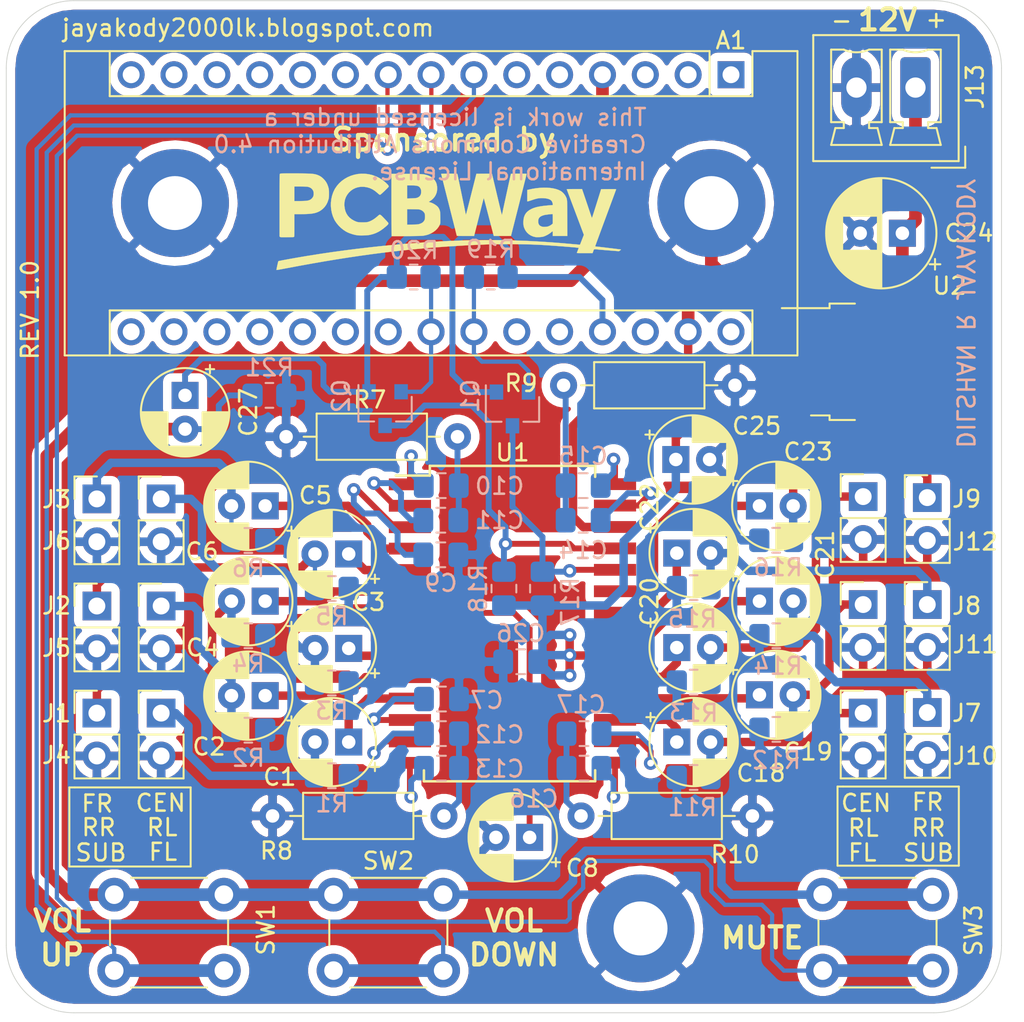
<source format=kicad_pcb>
(kicad_pcb (version 20211014) (generator pcbnew)
  (title_block (title "5.1 channel audio processor") (date "2021-09-15") (rev "1.0.0") (company "Dilshan R Jayakody") (comment 1 "jayakody2000lk@gmail.com") (comment 2 "http://jayakody2000lk.blogspot.com") (comment 3 "https://github.com/dilshan/6ch-sound-processor"))
  (layers (0 "F.Cu" signal) (31 "B.Cu" signal) (34 "B.Paste" user) (35 "F.Paste" user) (36 "B.SilkS" user "B.Silkscreen") (37 "F.SilkS" user "F.Silkscreen") (38 "B.Mask" user) (39 "F.Mask" user) (44 "Edge.Cuts" user))
  (net 0 "")
  (net 1 "GNDD")
  (net 2 "Net-(A1-Pad7)")
  (net 3 "SDA")
  (net 4 "Net-(A1-Pad8)")
  (net 5 "SCL")
  (net 6 "Net-(A1-Pad9)")
  (net 7 "+5V")
  (net 8 "Net-(C1-Pad1)")
  (net 9 "Net-(C1-Pad2)")
  (net 10 "Net-(C2-Pad2)")
  (net 11 "Net-(C2-Pad1)")
  (net 12 "Net-(C3-Pad1)")
  (net 13 "Net-(C3-Pad2)")
  (net 14 "Net-(C4-Pad2)")
  (net 15 "Net-(C4-Pad1)")
  (net 16 "Net-(C5-Pad1)")
  (net 17 "Net-(C5-Pad2)")
  (net 18 "Net-(C6-Pad2)")
  (net 19 "Net-(C6-Pad1)")
  (net 20 "Net-(C7-Pad1)")
  (net 21 "GNDA")
  (net 22 "Net-(C8-Pad1)")
  (net 23 "Net-(C9-Pad1)")
  (net 24 "Net-(C10-Pad1)")
  (net 25 "Net-(C10-Pad2)")
  (net 26 "Net-(C11-Pad1)")
  (net 27 "Net-(C12-Pad1)")
  (net 28 "Net-(C12-Pad2)")
  (net 29 "Net-(C13-Pad1)")
  (net 30 "Net-(C14-Pad1)")
  (net 31 "Net-(C14-Pad2)")
  (net 32 "Net-(C15-Pad1)")
  (net 33 "Net-(C16-Pad1)")
  (net 34 "Net-(C16-Pad2)")
  (net 35 "Net-(C17-Pad1)")
  (net 36 "Net-(C18-Pad1)")
  (net 37 "Net-(C18-Pad2)")
  (net 38 "Net-(C19-Pad2)")
  (net 39 "Net-(C19-Pad1)")
  (net 40 "Net-(C20-Pad1)")
  (net 41 "Net-(C20-Pad2)")
  (net 42 "Net-(C21-Pad2)")
  (net 43 "Net-(C21-Pad1)")
  (net 44 "Net-(C22-Pad2)")
  (net 45 "Net-(C22-Pad1)")
  (net 46 "Net-(C23-Pad1)")
  (net 47 "Net-(C23-Pad2)")
  (net 48 "Net-(C24-Pad1)")
  (net 49 "+8V")
  (net 50 "/SCL-HV")
  (net 51 "/SDA-HV")
  (footprint "Module:Arduino_Nano" (layer "F.Cu") (at 194.564 72.39 -90)
    (fp_text reference "A1")
    (fp_text value "Arduino Nano (V3)")
  )
  (footprint "Capacitor_THT:CP_Radial_D5.0mm_P2.00mm" (layer "F.Cu") (at 171.9 111.95 180)
    (fp_text reference "C1")
    (fp_text value "10MFD")
  )
  (footprint "Capacitor_THT:CP_Radial_D5.0mm_P2.00mm" (layer "F.Cu") (at 166.95 109.2 180)
    (fp_text reference "C2")
    (fp_text value "10MFD")
  )
  (footprint "Capacitor_THT:CP_Radial_D5.0mm_P2.00mm" (layer "F.Cu") (at 171.9 106.4 180)
    (fp_text reference "C3")
    (fp_text value "10MFD")
  )
  (footprint "Capacitor_THT:CP_Radial_D5.0mm_P2.00mm" (layer "F.Cu") (at 166.95 103.6 180)
    (fp_text reference "C4")
    (fp_text value "10MFD")
  )
  (footprint "Capacitor_THT:CP_Radial_D5.0mm_P2.00mm" (layer "F.Cu") (at 171.9 100.8 180)
    (fp_text reference "C5")
    (fp_text value "10MFD")
  )
  (footprint "Capacitor_THT:CP_Radial_D5.0mm_P2.00mm" (layer "F.Cu") (at 191.35 111.95)
    (fp_text reference "C18")
    (fp_text value "10MFD")
  )
  (footprint "Capacitor_THT:CP_Radial_D5.0mm_P2.00mm" (layer "F.Cu") (at 196.25 109.15)
    (fp_text reference "C19")
    (fp_text value "10MFD")
  )
  (footprint "Capacitor_THT:CP_Radial_D5.0mm_P2.00mm" (layer "F.Cu") (at 191.35 106.35)
    (fp_text reference "C20")
    (fp_text value "10MFD")
  )
  (footprint "Capacitor_THT:CP_Radial_D5.0mm_P2.00mm" (layer "F.Cu") (at 196.25 103.6)
    (fp_text reference "C21")
    (fp_text value "10MFD")
  )
  (footprint "Capacitor_THT:CP_Radial_D5.0mm_P2.00mm" (layer "F.Cu") (at 191.35 100.75)
    (fp_text reference "C22")
    (fp_text value "10MFD")
  )
  (footprint "Capacitor_THT:CP_Radial_D5.0mm_P2.00mm" (layer "F.Cu") (at 196.25 97.95)
    (fp_text reference "C23")
    (fp_text value "10MFD")
  )
  (footprint "Capacitor_THT:CP_Radial_D6.3mm_P2.50mm" (layer "F.Cu") (at 204.724 81.788 180)
    (fp_text reference "C24")
    (fp_text value "100MFD")
  )
  (footprint "Capacitor_THT:CP_Radial_D5.0mm_P2.00mm" (layer "F.Cu") (at 191.294 95.2)
    (fp_text reference "C25")
    (fp_text value "22MFD")
  )
  (footprint "Capacitor_THT:CP_Radial_D5.0mm_P2.00mm" (layer "F.Cu") (at 162.2 91.4 -90)
    (fp_text reference "C27")
    (fp_text value "10MFD")
  )
  (footprint "Connector_PinHeader_2.54mm:PinHeader_1x02_P2.54mm_Vertical" (layer "F.Cu") (at 160.782 110.236)
    (fp_text reference "J1")
    (fp_text value "2.54mm 2-pin")
  )
  (footprint "Connector_PinHeader_2.54mm:PinHeader_1x02_P2.54mm_Vertical" (layer "F.Cu") (at 160.782 103.886)
    (fp_text reference "J2")
    (fp_text value "2.54mm 2-pin")
  )
  (footprint "Connector_PinHeader_2.54mm:PinHeader_1x02_P2.54mm_Vertical" (layer "F.Cu") (at 160.782 97.536)
    (fp_text reference "J3")
    (fp_text value "2.54mm 2-pin")
  )
  (footprint "Connector_PinHeader_2.54mm:PinHeader_1x02_P2.54mm_Vertical" (layer "F.Cu") (at 156.972 110.236)
    (fp_text reference "J4")
    (fp_text value "2.54mm 2-pin")
  )
  (footprint "Connector_PinHeader_2.54mm:PinHeader_1x02_P2.54mm_Vertical" (layer "F.Cu") (at 156.972 103.886)
    (fp_text reference "J5")
    (fp_text value "2.54mm 2-pin")
  )
  (footprint "Connector_PinHeader_2.54mm:PinHeader_1x02_P2.54mm_Vertical" (layer "F.Cu") (at 156.972 97.536)
    (fp_text reference "J6")
    (fp_text value "2.54mm 2-pin")
  )
  (footprint "Connector_PinHeader_2.54mm:PinHeader_1x02_P2.54mm_Vertical" (layer "F.Cu") (at 202.4 110.236)
    (fp_text reference "J7")
    (fp_text value "2.54mm 2-pin")
  )
  (footprint "Connector_PinHeader_2.54mm:PinHeader_1x02_P2.54mm_Vertical" (layer "F.Cu") (at 202.4 103.8)
    (fp_text reference "J8")
    (fp_text value "2.54mm 2-pin")
  )
  (footprint "Connector_PinHeader_2.54mm:PinHeader_1x02_P2.54mm_Vertical" (layer "F.Cu") (at 202.4 97.4)
    (fp_text reference "J9")
    (fp_text value "2.54mm 2-pin")
  )
  (footprint "Connector_PinHeader_2.54mm:PinHeader_1x02_P2.54mm_Vertical" (layer "F.Cu") (at 206.2 110.2)
    (fp_text reference "J10")
    (fp_text value "2.54mm 2-pin")
  )
  (footprint "Connector_PinHeader_2.54mm:PinHeader_1x02_P2.54mm_Vertical" (layer "F.Cu") (at 206.2 103.8)
    (fp_text reference "J11")
    (fp_text value "2.54mm 2-pin")
  )
  (footprint "Connector_PinHeader_2.54mm:PinHeader_1x02_P2.54mm_Vertical" (layer "F.Cu") (at 206.2 97.46)
    (fp_text reference "J12")
    (fp_text value "2.54mm 2-pin")
  )
  (footprint "Connector_Phoenix_MC:PhoenixContact_MCV_1,5_2-G-3.5_1x02_P3.50mm_Vertical" (layer "F.Cu") (at 205.5 73.152 180)
    (fp_text reference "J13")
    (fp_text value "2.54mm 2-pin")
  )
  (footprint "Resistor_THT:R_Axial_DIN0207_L6.3mm_D2.5mm_P10.16mm_Horizontal" (layer "F.Cu") (at 178.35 93.85 180)
    (fp_text reference "R7")
    (fp_text value "3.3K")
  )
  (footprint "Resistor_THT:R_Axial_DIN0207_L6.3mm_D2.5mm_P10.16mm_Horizontal" (layer "F.Cu") (at 177.546 116.332 180)
    (fp_text reference "R8")
    (fp_text value "3.3K")
  )
  (footprint "Resistor_THT:R_Axial_DIN0207_L6.3mm_D2.5mm_P10.16mm_Horizontal" (layer "F.Cu") (at 184.64 90.8)
    (fp_text reference "R9")
    (fp_text value "6.2K")
  )
  (footprint "Resistor_THT:R_Axial_DIN0207_L6.3mm_D2.5mm_P10.16mm_Horizontal" (layer "F.Cu") (at 185.674 116.332)
    (fp_text reference "R10")
    (fp_text value "6.2K")
  )
  (footprint "Button_Switch_THT:SW_PUSH_6mm" (layer "F.Cu") (at 158 121)
    (fp_text reference "SW1")
    (fp_text value "6mm Tactile")
  )
  (footprint "Button_Switch_THT:SW_PUSH_6mm" (layer "F.Cu") (at 171 121)
    (fp_text reference "SW2")
    (fp_text value "6mm Tactile")
  )
  (footprint "Button_Switch_THT:SW_PUSH_6mm" (layer "F.Cu") (at 200 121)
    (fp_text reference "SW3")
    (fp_text value "6mm Tactile")
  )
  (footprint "Package_TO_SOT_SMD:TO-252-2" (layer "F.Cu") (at 202.878 89.408)
    (fp_text reference "U2")
    (fp_text value "LM78M08")
  )
  (footprint "Capacitor_THT:CP_Radial_D5.0mm_P2.00mm" (layer "F.Cu") (at 182.626 117.602 180)
    (fp_text reference "C8")
    (fp_text value "10MFD")
  )
  (footprint "6ch-sound-fx-proc:SSOP-28_5.3x10.2mm_P0.65mm" (layer "F.Cu") (at 181.61 104.394)
    (fp_text reference "U1")
    (fp_text value "PT2322")
  )
  (footprint "MountingHole:MountingHole_3.2mm_M3_Pad" (layer "F.Cu") (at 161.6 80)
    (fp_text reference "H1" hide)
    (fp_text value "M3")
  )
  (footprint "MountingHole:MountingHole_3.2mm_M3_Pad" (layer "F.Cu") (at 193.4 80)
    (fp_text reference "H2" hide)
    (fp_text value "M3")
  )
  (footprint "MountingHole:MountingHole_3.2mm_M3_Pad" (layer "F.Cu") (at 189.2 123)
    (fp_text reference "H3" hide)
    (fp_text value "M3")
  )
  (footprint "Capacitor_THT:CP_Radial_D5.0mm_P2.00mm" (layer "F.Cu") (at 166.95 97.95 180)
    (fp_text reference "C6")
    (fp_text value "10MFD")
  )
  (footprint "6ch-sound-fx-proc:pcbway-logo-small1" (layer "F.Cu") (at 177.61 80.87)
    (fp_text reference "G***" hide)
    (fp_text value "LOGO" hide)
  )
  (footprint "Capacitor_SMD:C_0805_2012Metric_Pad1.18x1.45mm_HandSolder" (layer "B.Cu") (at 177.4 109.4)
    (fp_text reference "C7")
    (fp_text value "0.0022MFD")
  )
  (footprint "Capacitor_SMD:C_0805_2012Metric_Pad1.18x1.45mm_HandSolder" (layer "B.Cu") (at 177.3875 96.75)
    (fp_text reference "C10")
    (fp_text value "0.01MFD")
  )
  (footprint "Capacitor_SMD:C_0805_2012Metric_Pad1.18x1.45mm_HandSolder" (layer "B.Cu") (at 177.3625 98.8)
    (fp_text reference "C11")
    (fp_text value "0.01MFD")
  )
  (footprint "Capacitor_SMD:C_0805_2012Metric_Pad1.18x1.45mm_HandSolder" (layer "B.Cu") (at 177.4 111.45)
    (fp_text reference "C12")
    (fp_text value "0.01MFD")
  )
  (footprint "Capacitor_SMD:C_0805_2012Metric_Pad1.18x1.45mm_HandSolder" (layer "B.Cu") (at 177.4 113.5)
    (fp_text reference "C13")
    (fp_text value "0.01MFD")
  )
  (footprint "Capacitor_SMD:C_0805_2012Metric_Pad1.18x1.45mm_HandSolder" (layer "B.Cu") (at 185.8 98.8 180)
    (fp_text reference "C14")
    (fp_text value "0.1MFD")
  )
  (footprint "Capacitor_SMD:C_0805_2012Metric_Pad1.18x1.45mm_HandSolder" (layer "B.Cu") (at 185.8 96.75 180)
    (fp_text reference "C15")
    (fp_text value "0.1MFD")
  )
  (footprint "Capacitor_SMD:C_0805_2012Metric_Pad1.18x1.45mm_HandSolder" (layer "B.Cu") (at 185.85 113.5 180)
    (fp_text reference "C16")
    (fp_text value "0.1MFD")
  )
  (footprint "Capacitor_SMD:C_0805_2012Metric_Pad1.18x1.45mm_HandSolder" (layer "B.Cu") (at 185.85 111.45 180)
    (fp_text reference "C17")
    (fp_text value "0.1MFD")
  )
  (footprint "Capacitor_SMD:C_0805_2012Metric_Pad1.18x1.45mm_HandSolder" (layer "B.Cu") (at 182.0965 107.188 180)
    (fp_text reference "C26")
    (fp_text value "0.1MFD")
  )
  (footprint "Package_TO_SOT_SMD:SOT-23" (layer "B.Cu") (at 181.61 92.202 -90)
    (fp_text reference "Q1")
    (fp_text value "2N7002")
  )
  (footprint "Package_TO_SOT_SMD:SOT-23" (layer "B.Cu") (at 174.056 92.186 -90)
    (fp_text reference "Q2")
    (fp_text value "2N7002")
  )
  (footprint "Resistor_SMD:R_0805_2012Metric_Pad1.20x1.40mm_HandSolder" (layer "B.Cu") (at 170.9 113.95)
    (fp_text reference "R1")
    (fp_text value "100K")
  )
  (footprint "Resistor_SMD:R_0805_2012Metric_Pad1.20x1.40mm_HandSolder" (layer "B.Cu") (at 165.95 111.25)
    (fp_text reference "R2")
    (fp_text value "100K")
  )
  (footprint "Resistor_SMD:R_0805_2012Metric_Pad1.20x1.40mm_HandSolder" (layer "B.Cu") (at 170.9 108.45)
    (fp_text reference "R3")
    (fp_text value "100K")
  )
  (footprint "Resistor_SMD:R_0805_2012Metric_Pad1.20x1.40mm_HandSolder" (layer "B.Cu") (at 165.95 105.65)
    (fp_text reference "R4")
    (fp_text value "100K")
  )
  (footprint "Resistor_SMD:R_0805_2012Metric_Pad1.20x1.40mm_HandSolder" (layer "B.Cu") (at 170.9 102.85)
    (fp_text reference "R5")
    (fp_text value "100K")
  )
  (footprint "Resistor_SMD:R_0805_2012Metric_Pad1.20x1.40mm_HandSolder" (layer "B.Cu") (at 165.95 100)
    (fp_text reference "R6")
    (fp_text value "100K")
  )
  (footprint "Resistor_SMD:R_0805_2012Metric_Pad1.20x1.40mm_HandSolder" (layer "B.Cu") (at 192.35 114.05 180)
    (fp_text reference "R11")
    (fp_text value "100K")
  )
  (footprint "Resistor_SMD:R_0805_2012Metric_Pad1.20x1.40mm_HandSolder" (layer "B.Cu") (at 197.25 111.2 180)
    (fp_text reference "R12")
    (fp_text value "100K")
  )
  (footprint "Resistor_SMD:R_0805_2012Metric_Pad1.20x1.40mm_HandSolder" (layer "B.Cu") (at 192.35 108.4 180)
    (fp_text reference "R13")
    (fp_text value "100K")
  )
  (footprint "Resistor_SMD:R_0805_2012Metric_Pad1.20x1.40mm_HandSolder" (layer "B.Cu") (at 197.25 105.65 180)
    (fp_text reference "R14")
    (fp_text value "100K")
  )
  (footprint "Resistor_SMD:R_0805_2012Metric_Pad1.20x1.40mm_HandSolder" (layer "B.Cu") (at 192.35 102.8 180)
    (fp_text reference "R15")
    (fp_text value "100K")
  )
  (footprint "Resistor_SMD:R_0805_2012Metric_Pad1.20x1.40mm_HandSolder" (layer "B.Cu") (at 197.24 99.99 180)
    (fp_text reference "R16")
    (fp_text value "100K")
  )
  (footprint "Resistor_SMD:R_0805_2012Metric_Pad1.20x1.40mm_HandSolder" (layer "B.Cu") (at 183.388 102.854 90)
    (fp_text reference "R17")
    (fp_text value "10K")
  )
  (footprint "Resistor_SMD:R_0805_2012Metric_Pad1.20x1.40mm_HandSolder" (layer "B.Cu") (at 181.102 102.854 90)
    (fp_text reference "R18")
    (fp_text value "10K")
  )
  (footprint "Resistor_SMD:R_0805_2012Metric_Pad1.20x1.40mm_HandSolder" (layer "B.Cu") (at 180.324 84.382 180)
    (fp_text reference "R19")
    (fp_text value "10K")
  )
  (footprint "Resistor_SMD:R_0805_2012Metric_Pad1.20x1.40mm_HandSolder" (layer "B.Cu") (at 175.752 84.382)
    (fp_text reference "R20")
    (fp_text value "10K")
  )
  (footprint "Resistor_SMD:R_0805_2012Metric_Pad1.20x1.40mm_HandSolder" (layer "B.Cu") (at 167.2 91.4 180)
    (fp_text reference "R21")
    (fp_text value "0R")
  )
  (footprint "Capacitor_SMD:C_0805_2012Metric_Pad1.18x1.45mm_HandSolder" (layer "B.Cu") (at 177.3625 100.85)
    (fp_text reference "C9")
    (fp_text value "0.0022MFD")
  )
  (gr_line (start 200.88 119.28) (end 200.88 114.59) (layer "F.SilkS") (width 0.12))
  (gr_line (start 208.07 114.59) (end 208.07 119.28) (layer "F.SilkS") (width 0.12))
  (gr_line (start 201.2 114.59) (end 208.07 114.59) (layer "F.SilkS") (width 0.12))
  (gr_line (start 208.07 119.28) (end 200.88 119.28) (layer "F.SilkS") (width 0.12))
  (gr_line (start 162.53 119.33) (end 155.34 119.33) (layer "F.SilkS") (width 0.12))
  (gr_line (start 155.34 119.33) (end 155.34 114.64) (layer "F.SilkS") (width 0.12))
  (gr_line (start 155.66 114.64) (end 162.53 114.64) (layer "F.SilkS") (width 0.12))
  (gr_line (start 155.34 114.64) (end 155.66 114.64) (layer "F.SilkS") (width 0.12))
  (gr_line (start 162.53 114.64) (end 162.53 119.33) (layer "F.SilkS") (width 0.12))
  (gr_line (start 200.88 114.59) (end 201.21 114.59) (layer "F.SilkS") (width 0.12))
  (gr_line (start 210.6 124) (end 210.6 72) (layer "Edge.Cuts") (width 0.05))
  (gr_arc (start 151.6 72) (mid 152.771573 69.171573) (end 155.6 68) (layer "Edge.Cuts") (width 0.05))
  (gr_arc (start 210.6 124) (mid 209.428427 126.828427) (end 206.6 128) (layer "Edge.Cuts") (width 0.05))
  (gr_arc (start 155.6 128) (mid 152.771573 126.828427) (end 151.6 124) (layer "Edge.Cuts") (width 0.05))
  (gr_arc (start 206.6 68) (mid 209.428427 69.171573) (end 210.6 72) (layer "Edge.Cuts") (width 0.05))
  (gr_line (start 151.6 72) (end 151.6 124) (layer "Edge.Cuts") (width 0.05))
  (gr_line (start 206.6 68) (end 155.6 68) (layer "Edge.Cuts") (width 0.05))
  (gr_line (start 155.6 128) (end 206.6 128) (layer "Edge.Cuts") (width 0.05))
  (gr_text "This work is licensed under a \nCreative Commons Attribution 4.0 \nInternational License." (at 189.65 76.52) (layer "B.SilkS") (effects (font (size 1 1)) (justify left mirror)))
  (gr_text "DILSHAN R JAYAKODY" (at 208.45 86.55 270) (layer "B.SilkS") (effects (font (size 1 1)) (justify mirror)))
  (gr_text "VOL\nUP" (at 154.91 123.56) (layer "F.SilkS") (effects (font (size 1.25 1.25) (thickness 0.25))))
  (gr_text "CEN" (at 202.57 115.57) (layer "F.SilkS") (effects (font (size 1 1))))
  (gr_text "FR" (at 206.22 115.51) (layer "F.SilkS") (effects (font (size 1 1))))
  (gr_text "RL" (at 202.41 117.04) (layer "F.SilkS") (effects (font (size 1 1))))
  (gr_text "RR" (at 206.27 117.04) (layer "F.SilkS") (effects (font (size 1 1))))
  (gr_text "FL" (at 202.35 118.51) (layer "F.SilkS") (effects (font (size 1 1))))
  (gr_text "SUB" (at 206.27 118.51) (layer "F.SilkS") (effects (font (size 1 1))))
  (gr_text "VOL\nDOWN" (at 181.7 123.56) (layer "F.SilkS") (effects (font (size 1.25 1.25) (thickness 0.25))))
  (gr_text "Sponsored by" (at 177.53 76.24) (layer "F.SilkS") (effects (font (size 1.3 1.3) (thickness 0.25))))
  (gr_text "FL" (at 160.89 118.47) (layer "F.SilkS") (effects (font (size 1 1))))
  (gr_text "jayakody2000lk.blogspot.com" (at 165.93 69.61) (layer "F.SilkS") (effects (font (size 1 1))))
  (gr_text "-" (at 201.12 69.16) (layer "F.SilkS") (effects (font (size 1 1))))
  (gr_text "REV 1.0" (at 153.01 86.33 90) (layer "F.SilkS") (effects (font (size 1 1))))
  (gr_text "+" (at 206.73 69.1) (layer "F.SilkS") (effects (font (size 1 1))))
  (gr_text "RL" (at 160.84 117.01) (layer "F.SilkS") (effects (font (size 1 1))))
  (gr_text "12V" (at 203.85 69.14) (layer "F.SilkS") (effects (font (size 1.25 1.25) (thickness 0.25))))
  (gr_text "RR" (at 157.08 117.01) (layer "F.SilkS") (effects (font (size 1 1))))
  (gr_text "MUTE" (at 196.41 123.56) (layer "F.SilkS") (effects (font (size 1.25 1.25) (thickness 0.25))))
  (gr_text "SUB" (at 157.21 118.51) (layer "F.SilkS") (effects (font (size 1 1))))
  (gr_text "CEN" (at 160.75 115.56) (layer "F.SilkS") (effects (font (size 1 1))))
  (gr_text "FR" (at 156.99 115.61) (layer "F.SilkS") (effects (font (size 1 1))))
  (segment (start 185.2 93.2) (end 185.2 98.6) (width 0.5) (layer "F.Cu") (net 1))
  (segment (start 186.944 82.714) (end 188.83 84.6) (width 0.75) (layer "F.Cu") (net 1))
  (segment (start 186 92.4) (end 185.2 93.2) (width 0.5) (layer "F.Cu") (net 1))
  (segment (start 157.6 93.4) (end 162.2 93.4) (width 0.25) (layer "F.Cu") (net 1))
  (segment (start 191.2 84.6) (end 188.83 84.6) (width 0.75) (layer "F.Cu") (net 1))
  (segment (start 185.058 84.6) (end 186.944 82.714) (width 0.75) (layer "F.Cu") (net 1))
  (segment (start 157.86 93.4) (end 156.6 92.14) (width 0.75) (layer "F.Cu") (net 1))
  (segment (start 156.6 92.4) (end 157.6 93.4) (width 0.25) (layer "F.Cu") (net 1))
  (segment (start 192.024 85.424) (end 191.2 84.6) (width 0.75) (layer "F.Cu") (net 1))
  (segment (start 154 119.63) (end 154 95) (width 0.75) (layer "F.Cu") (net 1))
  (segment (start 156.6 92.14) (end 156.6 92.4) (width 0.25) (layer "F.Cu") (net 1))
  (segment (start 192.024 87.63) (end 192.024 85.424) (width 0.75) (layer "F.Cu") (net 1))
  (segment (start 155.37 121) (end 154 119.63) (width 0.75) (layer "F.Cu") (net 1))
  (segment (start 157.98 84.6) (end 185.058 84.6) (width 0.75) (layer "F.Cu") (net 1))
  (segment (start 192.024 90.976) (end 190.6 92.4) (width 0.5) (layer "F.Cu") (net 1))
  (segment (start 162.2 93.4) (end 157.86 93.4) (width 0.75) (layer "F.Cu") (net 1))
  (segment (start 156.6 85.98) (end 157.98 84.6) (width 0.75) (layer "F.Cu") (net 1))
  (segment (start 185.8013 99.2013) (end 187.6879 99.2013) (width 0.5) (layer "F.Cu") (net 1))
  (segment (start 156.6 92.14) (end 156.6 85.98) (width 0.75) (layer "F.Cu") (net 1))
  (segment (start 154 95) (end 156.6 92.4) (width 0.75) (layer "F.Cu") (net 1))
  (segment (start 186.944 72.39) (end 186.944 82.714) (width 0.75) (layer "F.Cu") (net 1))
  (segment (start 185.2 98.6) (end 185.8013 99.2013) (width 0.5) (layer "F.Cu") (net 1))
  (segment (start 192.024 87.63) (end 192.024 90.976) (width 0.5) (layer "F.Cu") (net 1))
  (segment (start 190.6 92.4) (end 186 92.4) (width 0.5) (layer "F.Cu") (net 1))
  (segment (start 158 121) (end 155.37 121) (width 0.75) (layer "F.Cu") (net 1))
  (segment (start 166.2 91.4) (end 164.8 91.4) (width 0.35) (layer "B.Cu") (net 1))
  (segment (start 158 121) (end 164.5 121) (width 0.75) (layer "B.Cu") (net 1))
  (segment (start 194 120.4) (end 194.6 121) (width 0.5) (layer "B.Cu") (net 1))
  (segment (start 177.5 121) (end 184.42 121) (width 0.5) (layer "B.Cu") (net 1))
  (segment (start 164.2 93) (end 163.8 93.4) (width 0.35) (layer "B.Cu") (net 1))
  (segment (start 164.5 121) (end 171 121) (width 0.75) (layer "B.Cu") (net 1))
  (segment (start 193.4 118.4) (end 194 119) (width 0.5) (layer "B.Cu") (net 1))
  (segment (start 184.42 121) (end 185.2 120.22) (width 0.5) (layer "B.Cu") (net 1))
  (segment (start 194 119) (end 194 120.4) (width 0.5) (layer "B.Cu") (net 1))
  (segment (start 163.8 93.4) (end 162.2 93.4) (width 0.35) (layer "B.Cu") (net 1))
  (segment (start 164.8 91.4) (end 164.2 92) (width 0.35) (layer "B.Cu") (net 1))
  (segment (start 171 121) (end 177.5 121) (width 0.75) (layer "B.Cu") (net 1))
  (segment (start 185.2 119.14) (end 185.94 118.4) (width 0.5) (layer "B.Cu") (net 1))
  (segment (start 194.6 121) (end 200 121) (width 0.5) (layer "B.Cu") (net 1))
  (segment (start 185.94 118.4) (end 193.4 118.4) (width 0.5) (layer "B.Cu") (net 1))
  (segment (start 185.2 120.22) (end 185.2 119.14) (width 0.5) (layer "B.Cu") (net 1))
  (segment (start 206.5 121) (end 200 121) (width 0.75) (layer "B.Cu") (net 1))
  (segment (start 164.2 92) (end 164.2 93) (width 0.35) (layer "B.Cu") (net 1))
  (segment (start 178.2 74.8) (end 179.324 73.676) (width 0.25) (layer "B.Cu") (net 2))
  (segment (start 155.4 74.8) (end 169.8 74.8) (width 0.25) (layer "B.Cu") (net 2))
  (segment (start 158 124.2) (end 157.6 123.8) (width 0.25) (layer "B.Cu") (net 2))
  (segment (start 164.5 125.5) (end 158 125.5) (width 0.75) (layer "B.Cu") (net 2))
  (segment (start 179.324 73.676) (end 179.324 72.39) (width 0.25) (layer "B.Cu") (net 2))
  (segment (start 155.6 123.8) (end 153.4 121.6) (width 0.25) (layer "B.Cu") (net 2))
  (segment (start 153.4 76.8) (end 155.4 74.8) (width 0.25) (layer "B.Cu") (net 2))
  (segment (start 169.8 74.8) (end 178.2 74.8) (width 0.25) (layer "B.Cu") (net 2))
  (segment (start 157.6 123.8) (end 155.6 123.8) (width 0.25) (layer "B.Cu") (net 2))
  (segment (start 153.4 121.6) (end 153.4 76.8) (width 0.25) (layer "B.Cu") (net 2))
  (segment (start 158 125.5) (end 158 124.2) (width 0.25) (layer "B.Cu") (net 2))
  (segment (start 169.8 74.8) (end 170 74.8) (width 0.25) (layer "B.Cu") (net 2))
  (segment (start 176.784 87.63) (end 176.784 84.414) (width 0.25) (layer "B.Cu") (net 3))
  (segment (start 176.214 91.186) (end 175.006 91.186) (width 0.25) (layer "B.Cu") (net 3))
  (segment (start 176.784 84.414) (end 176.752 84.382) (width 0.25) (layer "B.Cu") (net 3))
  (segment (start 176.784 90.616) (end 176.214 91.186) (width 0.25) (layer "B.Cu") (net 3))
  (segment (start 176.784 87.63) (end 176.784 90.616) (width 0.25) (layer "B.Cu") (net 3))
  (segment (start 176.8 72.406) (end 176.784 72.39) (width 0.25) (layer "F.Cu") (net 4))
  (segment (start 176.8 76) (end 176.8 72.406) (width 0.25) (layer "F.Cu") (net 4))
  (via (at 176.8 76) (size 0.8) (drill 0.4) (layers "F.Cu" "B.Cu") (net 4))
  (segment (start 155.8 123.2) (end 154 121.4) (width 0.25) (layer "B.Cu") (net 4))
  (segment (start 176.2 75.4) (end 176.8 76) (width 0.25) (layer "B.Cu") (net 4))
  (segment (start 154 77) (end 155.6 75.4) (width 0.25) (layer "B.Cu") (net 4))
  (segment (start 154 121.4) (end 154 77) (width 0.25) (layer "B.Cu") (net 4))
  (segment (start 177.5 125.5) (end 177.5 123.7) (width 0.25) (layer "B.Cu") (net 4))
  (segment (start 172.6 75.4) (end 176.2 75.4) (width 0.25) (layer "B.Cu") (net 4))
  (segment (start 177 123.2) (end 155.8 123.2) (width 0.25) (layer "B.Cu") (net 4))
  (segment (start 155.6 75.4) (end 172.6 75.4) (width 0.25) (layer "B.Cu") (net 4))
  (segment (start 171 125.5) (end 177.5 125.5) (width 0.75) (layer "B.Cu") (net 4))
  (segment (start 177.5 123.7) (end 177 123.2) (width 0.25) (layer "B.Cu") (net 4))
  (segment (start 182 89.4) (end 179.8 89.4) (width 0.25) (layer "B.Cu") (net 5))
  (segment (start 182.56 91.202) (end 182.56 89.96) (width 0.25) (layer "B.Cu") (net 5))
  (segment (start 179.324 88.924) (end 179.324 87.63) (width 0.25) (layer "B.Cu") (net 5))
  (segment (start 182.56 89.96) (end 182 89.4) (width 0.25) (layer "B.Cu") (net 5))
  (segment (start 179.324 87.63) (end 179.324 84.382) (width 0.25) (layer "B.Cu") (net 5))
  (segment (start 179.8 89.4) (end 179.324 88.924) (width 0.25) (layer "B.Cu") (net 5))
  (segment (start 174.2 76.8) (end 174.2 72.434) (width 0.25) (layer "F.Cu") (net 6))
  (segment (start 174.2 72.434) (end 174.244 72.39) (width 0.25) (layer "F.Cu") (net 6))
  (via (at 174.2 76.8) (size 0.8) (drill 0.4) (layers "F.Cu" "B.Cu") (net 6))
  (segment (start 196.4 121.6) (end 194.2 121.6) (width 0.25) (layer "B.Cu") (net 6))
  (segment (start 193 119) (end 186.2 119) (width 0.25) (layer "B.Cu") (net 6))
  (segment (start 185 122.4) (end 184.8 122.6) (width 0.25) (layer "B.Cu") (net 6))
  (segment (start 193.4 119.4) (end 193 119) (width 0.25) (layer "B.Cu") (net 6))
  (segment (start 154.6 77.2) (end 155.8 76) (width 0.25) (layer "B.Cu") (net 6))
  (segment (start 193.4 120.8) (end 193.4 119.4) (width 0.25) (layer "B.Cu") (net 6))
  (segment (start 197.7 125.5) (end 197 124.8) (width 0.25) (layer "B.Cu") (net 6))
  (segment (start 155.8 76) (end 173.4 76) (width 0.25) (layer "B.Cu") (net 6))
  (segment (start 194.2 121.6) (end 193.4 120.8) (width 0.25) (layer "B.Cu") (net 6))
  (segment (start 173.4 76) (end 174.2 76.8) (width 0.25) (layer "B.Cu") (net 6))
  (segment (start 185.8 119.4) (end 185.8 120.6) (width 0.25) (layer "B.Cu") (net 6))
  (segment (start 185 121.4) (end 185 122.4) (width 0.25) (layer "B.Cu") (net 6))
  (segment (start 154.6 121.2) (end 154.6 77.2) (width 0.25) (layer "B.Cu") (net 6))
  (segment (start 184.8 122.6) (end 156 122.6) (width 0.25) (layer "B.Cu") (net 6))
  (segment (start 197 122.2) (end 196.4 121.6) (width 0.25) (layer "B.Cu") (net 6))
  (segment (start 185.8 120.6) (end 185 121.4) (width 0.25) (layer "B.Cu") (net 6))
  (segment (start 200 125.5) (end 206.5 125.5) (width 0.75) (layer "B.Cu") (net 6))
  (segment (start 186.2 119) (end 185.8 119.4) (width 0.25) (layer "B.Cu") (net 6))
  (segment (start 200 125.5) (end 197.7 125.5) (width 0.25) (layer "B.Cu") (net 6))
  (segment (start 197 124.8) (end 197 122.2) (width 0.25) (layer "B.Cu") (net 6))
  (segment (start 156 122.6) (end 154.6 121.2) (width 0.25) (layer "B.Cu") (net 6))
  (segment (start 179.112 91.202) (end 178.05 90.14) (width 0.35) (layer "B.Cu") (net 7))
  (segment (start 180.66 91.202) (end 179.112 91.202) (width 0.35) (layer "B.Cu") (net 7))
  (segment (start 185.582 84.382) (end 181.324 84.382) (width 0.35) (layer "B.Cu") (net 7))
  (segment (start 178.05 82.55) (end 178.6 82) (width 0.35) (layer "B.Cu") (net 7))
  (segment (start 170.4 89.6) (end 170.4 90.8) (width 0.35) (layer "B.Cu") (net 7))
  (segment (start 162.2 91.4) (end 162.2 90.18) (width 0.35) (layer "B.Cu") (net 7))
  (segment (start 170 89.2) (end 170.4 89.6) (width 0.35) (layer "B.Cu") (net 7))
  (segment (start 178.05 90.14) (end 178.05 82.55) (width 0.35) (layer "B.Cu") (net 7))
  (segment (start 177.5 82) (end 178.05 82.55) (width 0.35) (layer "B.Cu") (net 7))
  (segment (start 173.818 84.382) (end 173 85.2) (width 0.35) (layer "B.Cu") (net 7))
  (segment (start 163.18 89.2) (end 170 89.2) (width 0.35) (layer "B.Cu") (net 7))
  (segment (start 174.752 84.382) (end 173.818 84.382) (width 0.35) (layer "B.Cu") (net 7))
  (segment (start 181.324 82.724) (end 181.324 84.382) (width 0.35) (layer "B.Cu") (net 7))
  (segment (start 186.944 87.63) (end 186.944 85.744) (width 0.35) (layer "B.Cu") (net 7))
  (segment (start 175.4 82) (end 177.5 82) (width 0.35) (layer "B.Cu") (net 7))
  (segment (start 162.2 90.18) (end 163.18 89.2) (width 0.35) (layer "B.Cu") (net 7))
  (segment (start 180.6 82) (end 181.324 82.724) (width 0.35) (layer "B.Cu") (net 7))
  (segment (start 174.752 82.648) (end 175.4 82) (width 0.35) (layer "B.Cu") (net 7))
  (segment (start 186.944 85.744) (end 185.582 84.382) (width 0.35) (layer "B.Cu") (net 7))
  (segment (start 170.4 90.8) (end 170.786 91.186) (width 0.35) (layer "B.Cu") (net 7))
  (segment (start 178.6 82) (end 180.6 82) (width 0.35) (layer "B.Cu") (net 7))
  (segment (start 173 91.08) (end 173.106 91.186) (width 0.35) (layer "B.Cu") (net 7))
  (segment (start 174.752 84.382) (end 174.752 82.648) (width 0.35) (layer "B.Cu") (net 7))
  (segment (start 173 85.2) (end 173 91.08) (width 0.35) (layer "B.Cu") (net 7))
  (segment (start 170.786 91.186) (end 173.106 91.186) (width 0.35) (layer "B.Cu") (net 7))
  (segment (start 171.9 110.5) (end 173.026 109.374) (width 0.5) (layer "F.Cu") (net 8))
  (segment (start 173.026 109.374) (end 175.53 109.374) (width 0.5) (layer "F.Cu") (net 8))
  (segment (start 171.9 111.95) (end 171.9 110.5) (width 0.5) (layer "F.Cu") (net 8))
  (segment (start 162.4 112.66) (end 163.69 113.95) (width 0.5) (layer "B.Cu") (net 9))
  (segment (start 162.4 111) (end 162.4 112.66) (width 0.5) (layer "B.Cu") (net 9))
  (segment (start 161.636 110.236) (end 162.4 111) (width 0.5) (layer "B.Cu") (net 9))
  (segment (start 169.9 113.95) (end 169.9 111.95) (width 0.5) (layer "B.Cu") (net 9))
  (segment (start 160.782 110.236) (end 161.636 110.236) (width 0.5) (layer "B.Cu") (net 9))
  (segment (start 163.69 113.95) (end 169.9 113.95) (width 0.5) (layer "B.Cu") (net 9))
  (segment (start 164.95 108.26) (end 164.95 109.2) (width 0.5) (layer "B.Cu") (net 10))
  (segment (start 160.782 103.886) (end 162.686 103.886) (width 0.5) (layer "B.Cu") (net 10))
  (segment (start 162.965 106.275) (end 164.95 108.26) (width 0.5) (layer "B.Cu") (net 10))
  (segment (start 162.686 103.886) (end 162.965 104.165) (width 0.5) (layer "B.Cu") (net 10))
  (segment (start 162.965 104.165) (end 162.965 106.275) (width 0.5) (layer "B.Cu") (net 10))
  (segment (start 164.95 111.25) (end 164.95 109.2) (width 0.5) (layer "B.Cu") (net 10))
  (segment (start 171.8 109.2) (end 172.896 108.104) (width 0.5) (layer "F.Cu") (net 11))
  (segment (start 172.896 108.104) (end 175.53 108.104) (width 0.5) (layer "F.Cu") (net 11))
  (segment (start 166.95 109.2) (end 171.8 109.2) (width 0.5) (layer "F.Cu") (net 11))
  (segment (start 172.334 106.834) (end 171.9 106.4) (width 0.5) (layer "F.Cu") (net 12))
  (segment (start 175.53 106.834) (end 172.334 106.834) (width 0.5) (layer "F.Cu") (net 12))
  (segment (start 169.9 106.4) (end 169.06 106.4) (width 0.5) (layer "B.Cu") (net 13))
  (segment (start 169.9 106.4) (end 169.9 108.45) (width 0.5) (layer "B.Cu") (net 13))
  (segment (start 162.536 97.536) (end 160.782 97.536) (width 0.5) (layer "B.Cu") (net 13))
  (segment (start 168.6 102.4) (end 168 101.8) (width 0.5) (layer "B.Cu") (net 13))
  (segment (start 169.06 106.4) (end 168.6 105.94) (width 0.5) (layer "B.Cu") (net 13))
  (segment (start 164.2 101.8) (end 163.2 100.8) (width 0.5) (layer "B.Cu") (net 13))
  (segment (start 168.6 105.94) (end 168.6 102.4) (width 0.5) (layer "B.Cu") (net 13))
  (segment (start 163.2 98.2) (end 162.536 97.536) (width 0.5) (layer "B.Cu") (net 13))
  (segment (start 168 101.8) (end 164.2 101.8) (width 0.5) (layer "B.Cu") (net 13))
  (segment (start 163.2 100.8) (end 163.2 98.2) (width 0.5) (layer "B.Cu") (net 13))
  (segment (start 156.972 108.878) (end 157.65 108.2) (width 0.5) (layer "F.Cu") (net 14))
  (segment (start 163.8 107.6) (end 163.8 104.75) (width 0.5) (layer "F.Cu") (net 14))
  (segment (start 156.972 110.236) (end 156.972 108.878) (width 0.5) (layer "F.Cu") (net 14))
  (segment (start 163.2 108.2) (end 163.8 107.6) (width 0.5) (layer "F.Cu") (net 14))
  (segment (start 163.8 104.75) (end 164.95 103.6) (width 0.5) (layer "F.Cu") (net 14))
  (segment (start 157.65 108.2) (end 163.2 108.2) (width 0.5) (layer "F.Cu") (net 14))
  (segment (start 164.95 105.65) (end 164.95 103.6) (width 0.5) (layer "B.Cu") (net 14))
  (segment (start 175.53 103.024) (end 170.976 103.024) (width 0.5) (layer "F.Cu") (net 15))
  (segment (start 170.4 103.6) (end 166.95 103.6) (width 0.5) (layer "F.Cu") (net 15))
  (segment (start 170.976 103.024) (end 170.4 103.6) (width 0.5) (layer "F.Cu") (net 15))
  (segment (start 175.53 101.754) (end 172.854 101.754) (width 0.5) (layer "F.Cu") (net 16))
  (segment (start 172.854 101.754) (end 171.9 100.8) (width 0.5) (layer "F.Cu") (net 16))
  (segment (start 156.972 102.628) (end 158 101.6) (width 0.5) (layer "F.Cu") (net 17))
  (segment (start 169.100001 101.599999) (end 169.9 100.8) (width 0.5) (layer "F.Cu") (net 17))
  (segment (start 156.972 103.886) (end 156.972 102.628) (width 0.5) (layer "F.Cu") (net 17))
  (segment (start 158 101.6) (end 169.100001 101.599999) (width 0.5) (layer "F.Cu") (net 17))
  (segment (start 169.9 100.8) (end 169.9 102.85) (width 0.25) (layer "B.Cu") (net 17))
  (segment (start 156.972 97.536) (end 156.972 96.228) (width 0.5) (layer "B.Cu") (net 18))
  (segment (start 156.972 96.228) (end 157.8 95.4) (width 0.5) (layer "B.Cu") (net 18))
  (segment (start 157.8 95.4) (end 164.2 95.4) (width 0.5) (layer "B.Cu") (net 18))
  (segment (start 164.95 96.15) (end 164.95 97.95) (width 0.5) (layer "B.Cu") (net 18))
  (segment (start 164.95 97.95) (end 164.95 100) (width 0.25) (layer "B.Cu") (net 18))
  (segment (start 164.2 95.4) (end 164.95 96.15) (width 0.5) (layer "B.Cu") (net 18))
  (segment (start 175.53 100.484) (end 173.994002 100.484) (width 0.5) (layer "F.Cu") (net 19))
  (segment (start 173.994002 100.484) (end 173 99.489998) (width 0.5) (layer "F.Cu") (net 19))
  (segment (start 173 99.489998) (end 173 99.09) (width 0.5) (layer "F.Cu") (net 19))
  (segment (start 166.95 97.95) (end 171.86 97.95) (width 0.5) (layer "F.Cu") (net 19))
  (segment (start 171.86 97.95) (end 173 99.09) (width 0.5) (layer "F.Cu") (net 19))
  (segment (start 173.444 110.644) (end 173.4 110.6) (width 0.35) (layer "F.Cu") (net 20))
  (segment (start 175.53 110.644) (end 173.444 110.644) (width 0.35) (layer "F.Cu") (net 20))
  (via (at 173.4 110.6) (size 0.8) (drill 0.4) (layers "F.Cu" "B.Cu") (net 20))
  (segment (start 176.3625 109.4) (end 174.6 109.4) (width 0.35) (layer "B.Cu") (net 20))
  (segment (start 174.6 109.4) (end 173.4 110.6) (width 0.35) (layer "B.Cu") (net 20))
  (segment (start 195.188 81.788) (end 193.4 80) (width 0.75) (layer "F.Cu") (net 21))
  (segment (start 196.6 86) (end 196.6 88.216) (width 0.75) (layer "F.Cu") (net 21))
  (segment (start 197.792 89.408) (end 204.978 89.408) (width 0.75) (layer "F.Cu") (net 21))
  (segment (start 180.626 117.602) (end 180.598 117.602) (width 0.25) (layer "F.Cu") (net 21))
  (segment (start 196.6 88.216) (end 197.792 89.408) (width 0.75) (layer "F.Cu") (net 21))
  (segment (start 195.834 121.166) (end 194 123) (width 0.25) (layer "F.Cu") (net 21))
  (segment (start 167.386 117.786) (end 167.386 116.332) (width 0.25) (layer "F.Cu") (net 21))
  (segment (start 179.764 105.564) (end 175.53 105.564) (width 0.25) (layer "F.Cu") (net 21))
  (segment (start 195.4 84.8) (end 196.6 86) (width 0.75) (layer "F.Cu") (net 21))
  (segment (start 194.6 84.8) (end 195.4 84.8) (width 0.75) (layer "F.Cu") (net 21))
  (segment (start 168 118.4) (end 167.386 117.786) (width 0.25) (layer "F.Cu") (net 21))
  (segment (start 155.6 112) (end 155.6 107.798) (width 0.25) (layer "F.Cu") (net 21))
  (segment (start 202 81.564) (end 202.224 81.788) (width 0.75) (layer "F.Cu") (net 21))
  (segment (start 193.4 83.6) (end 194.6 84.8) (width 0.75) (layer "F.Cu") (net 21))
  (segment (start 193.4 80) (end 193.4 83.6) (width 0.75) (layer "F.Cu") (net 21))
  (segment (start 156.972 112.776) (end 156.376 112.776) (width 0.25) (layer "F.Cu") (net 21))
  (segment (start 195.834 116.332) (end 195.834 121.166) (width 0.25) (layer "F.Cu") (net 21))
  (segment (start 180.626 106.426) (end 179.764 105.564) (width 0.25) (layer "F.Cu") (net 21))
  (segment (start 178.4 102.4) (end 178 102.8) (width 0.25) (layer "B.Cu") (net 21))
  (segment (start 178 102.8) (end 174.6 102.8) (width 0.25) (layer "B.Cu") (net 21))
  (segment (start 190.2 102.8) (end 189.6 103.4) (width 0.25) (layer "B.Cu") (net 21))
  (segment (start 166.95 112.65) (end 166.95 111.25) (width 0.25) (layer "B.Cu") (net 21))
  (segment (start 191.35 108.4) (end 191.35 109.55) (width 0.25) (layer "B.Cu") (net 21))
  (segment (start 178.4 100.85) (end 178.4 102.4) (width 0.25) (layer "B.Cu") (net 21))
  (segment (start 189.6 108) (end 190 108.4) (width 0.25) (layer "B.Cu") (net 21))
  (segment (start 191.35 104.15) (end 191.8 104.6) (width 0.25) (layer "B.Cu") (net 21))
  (segment (start 189.6 103.4) (end 189.6 108) (width 0.25) (layer "B.Cu") (net 21))
  (segment (start 181.059 107.188) (end 181.059 108.941) (width 0.25) (layer "B.Cu") (net 21))
  (segment (start 206.2 100) (end 207.4 100) (width 0.25) (layer "B.Cu") (net 21))
  (segment (start 171.9 109.5) (end 171.9 108.45) (width 0.25) (layer "B.Cu") (net 21))
  (segment (start 163.4 109.044) (end 163.4 112) (width 0.25) (layer "B.Cu") (net 21))
  (segment (start 208 107.2) (end 207.14 106.34) (width 0.25) (layer "B.Cu") (net 21))
  (segment (start 191.35 115.55) (end 191.35 114.05) (width 0.25) (layer "B.Cu") (net 21))
  (segment (start 189 109.4) (end 190 108.4) (width 0.25) (layer "B.Cu") (net 21))
  (segment (start 194.65 110.2) (end 195.65 111.2) (width 0.25) (layer "B.Cu") (net 21))
  (segment (start 181.059 108.941) (end 180.6 109.4) (width 0.25) (layer "B.Cu") (net 21))
  (segment (start 190.4 99) (end 189.6 99.8) (width 0.25) (layer "B.Cu") (net 21))
  (segment (start 173.8 103.6) (end 173.8 106.6) (width 0.25) (layer "B.Cu") (net 21))
  (segment (start 170.8 99.2) (end 173.2 99.2) (width 0.25) (layer "B.Cu") (net 21))
  (segment (start 156.972 106.426) (end 160.782 106.426) (width 0.25) (layer "B.Cu") (net 21))
  (segment (start 193.294 97.906) (end 192.2 99) (width 0.25) (layer "B.Cu") (net 21))
  (segment (start 206.14 99.94) (end 206.2 100) (width 0.25) (layer "B.Cu") (net 21))
  (segment (start 195.834 116.332) (end 195.834 113.918) (width 0.25) (layer "B.Cu") (net 21))
  (segment (start 178 107.2) (end 174.4 107.2) (width 0.25) (layer "B.Cu") (net 21))
  (segment (start 178.4375 107.6375) (end 178 107.2) (width 0.25) (layer "B.Cu") (net 21))
  (segment (start 166.95 100) (end 168.4 100) (width 0.25) (layer "B.Cu") (net 21))
  (segment (start 174.6 102.8) (end 173.8 103.6) (width 0.25) (layer "B.Cu") (net 21))
  (segment (start 207.8 100.4) (end 207.8 105.68) (width 0.25) (layer "B.Cu") (net 21))
  (segment (start 160.782 112.776) (end 160.782 115.582) (width 0.25) (layer "B.Cu") (net 21))
  (segment (start 160.782 115.582) (end 161.532 116.332) (width 0.25) (layer "B.Cu") (net 21))
  (segment (start 207.14 106.34) (end 206.2 106.34) (width 0.25) (layer "B.Cu") (net 21))
  (segment (start 191.35 109.55) (end 192 110.2) (width 0.25) (layer "B.Cu") (net 21))
  (segment (start 163.4 112) (end 164.4 113) (width 0.25) (layer "B.Cu") (net 21))
  (segment (start 166.95 106.95) (end 167.4 107.4) (width 0.25) (layer "B.Cu") (net 21))
  (segment (start 161.532 116.332) (end 167.386 116.332) (width 0.25) (layer "B.Cu") (net 21))
  (segment (start 192.2 99) (end 190.4 99) (width 0.25) (layer "B.Cu") (net 21))
  (segment (start 202.4 106.34) (end 206.2 106.34) (width 0.25) (layer "B.Cu") (net 21))
  (segment (start 207.26 112.74) (end 208 112) (width 0.25) (layer "B.Cu") (net 21))
  (segment (start 156.972 100.076) (end 160.782 100.076) (width 0.25) (layer "B.Cu") (net 21))
  (segment (start 173.15 108.45) (end 174.4 107.2) (width 0.25) (layer "B.Cu") (net 21))
  (segment (start 194.2 104.6) (end 195.25 105.65) (width 0.25) (layer "B.Cu") (net 21))
  (segment (start 178.4375 109.4) (end 178.4375 107.6375) (width 0.25) (layer "B.Cu") (net 21))
  (segment (start 173.05 102.85) (end 173.8 103.6) (width 0.25) (layer "B.Cu") (net 21))
  (segment (start 168.2 91.4) (end 168.2 93.84) (width 0.35) (layer "B.Cu") (net 21))
  (segment (start 166.6 113) (end 166.95 112.65) (width 0.25) (layer "B.Cu") (net 21))
  (segment (start 195.834 113.918) (end 196.976 112.776) (width 0.25) (layer "B.Cu") (net 21))
  (segment (start 173.8 99.8) (end 173.8 102.1) (width 0.25) (layer "B.Cu") (net 21))
  (segment (start 192.132 116.332) (end 191.35 115.55) (width 0.25) (layer "B.Cu") (net 21))
  (segment (start 180.6 109.4) (end 178.4375 109.4) (width 0.25) (layer "B.Cu") (net 21))
  (segment (start 181.059 109.059) (end 181.4 109.4) (width 0.25) (layer "B.Cu") (net 21))
  (segment (start 168.6 108) (end 168.6 109.6) (width 0.25) (layer "B.Cu") (net 21))
  (segment (start 195.834 116.332) (end 192.132 116.332) (width 0.25) (layer "B.Cu") (net 21))
  (segment (start 173.2 99.2) (end 173.8 99.8) (width 0.25) (layer "B.Cu") (net 21))
  (segment (start 160.782 112.776) (end 156.972 112.776) (width 0.25) (layer "B.Cu") (net 21))
  (segment (start 202.4 99.94) (end 206.14 99.94) (width 0.25) (layer "B.Cu") (net 21))
  (segment (start 174.4 107.2) (end 173.8 106.6) (width 0.25) (layer "B.Cu") (net 21))
  (segment (start 169.2 110.2) (end 171.2 110.2) (width 0.25) (layer "B.Cu") (net 21))
  (segment (start 195.65 111.2) (end 196.25 111.2) (width 0.25) (layer "B.Cu") (net 21))
  (segment (start 207.8 105.68) (end 207.14 106.34) (width 0.25) (layer "B.Cu") (net 21))
  (segment (start 194.2 98.812) (end 193.294 97.906) (width 0.25) (layer "B.Cu") (net 21))
  (segment (start 191.35 102.8) (end 190.2 102.8) (width 0.25) (layer "B.Cu") (net 21))
  (segment (start 181.059 108.941) (end 181.059 109.059) (width 0.25) (layer "B.Cu") (net 21))
  (segment (start 194.8 90.8) (end 194.8 94.8) (width 0.25) (layer "B.Cu") (net 21))
  (segment (start 191.35 108.4) (end 190 108.4) (width 0.25) (layer "B.Cu") (net 21))
  (segment (start 168.19 93.85) (end 169.25 93.85) (width 0.25) (layer "B.Cu") (net 21))
  (segment (start 208 112) (end 208 107.2) (width 0.25) (layer "B.Cu") (net 21))
  (segment (start 206.2 112.74) (end 207.26 112.74) (width 0.25) (layer "B.Cu") (net 21))
  (segment (start 191.8 104.6) (end 194.2 104.6) (width 0.25) (layer "B.Cu") (net 21))
  (segment (start 166.95 111.25) (end 168.15 111.25) (width 0.25) (layer "B.Cu") (net 21))
  (segment (start 171.9 108.45) (end 173.15 108.45) (width 0.25) (layer "B.Cu") (net 21))
  (segment (start 167.4 107.4) (end 168 107.4) (width 0.25) (layer "B.Cu") (net 21))
  (segment (start 194.2 99.6) (end 194.2 98.812) (width 0.25) (layer "B.Cu") (net 21))
  (segment (start 173.8 102.1) (end 173.05 102.85) (width 0.25) (layer "B.Cu") (net 21))
  (segment (start 171.9 115.7) (end 171.9 113.95) (width 0.25) (layer "B.Cu") (net 21))
  (segment (start 196.976 112.776) (end 202.4 112.776) (width 0.25) (layer "B.Cu") (net 21))
  (segment (start 196.25 112.05) (end 196.976 112.776) (width 0.25) (layer "B.Cu") (net 21))
  (segment (start 169.25 93.85) (end 170 94.6) (width 0.25) (layer "B.Cu") (net 21))
  (segment (start 189.6 102.2) (end 190.2 102.8) (width 0.25) (layer "B.Cu") (net 21))
  (segment (start 166.95 105.65) (end 166.95 106.95) (width 0.25) (layer "B.Cu") (net 21))
  (segment (start 202.4 112.776) (end 206.164 112.776) (width 0.25) (layer "B.Cu") (net 21))
  (segment (start 168 107.4) (end 168.6 108) (width 0.25) (layer "B.Cu") (net 21))
  (segment (start 207.4 100) (end 207.8 100.4) (width 0.25) (layer "B.Cu") (net 21))
  (segment (start 168.2 93.84) (end 168.19 93.85) (width 0.35) (layer "B.Cu") (net 21))
  (segment (start 170 98.4) (end 170.8 99.2) (width 0.25) (layer "B.Cu") (net 21))
  (segment (start 195.25 105.65) (end 196.25 105.65) (width 0.25) (layer "B.Cu") (net 21))
  (segment (start 171.9 102.85) (end 173.05 102.85) (width 0.25) (layer "B.Cu") (net 21))
  (segment (start 168.15 111.25) (end 169.2 110.2) (width 0.25) (layer "B.Cu") (net 21))
  (segment (start 171.2 110.2) (end 171.9 109.5) (width 0.25) (layer "B.Cu") (net 21))
  (segment (start 170 94.6) (end 170 98.4) (width 0.25) (layer "B.Cu") (net 21))
  (segment (start 171.268 116.332) (end 171.9 115.7) (width 0.25) (layer "B.Cu") (net 21))
  (segment (start 189.6 99.8) (end 189.6 102.2) (width 0.25) (layer "B.Cu") (net 21))
  (segment (start 191.35 102.8) (end 191.35 104.15) (width 0.25) (layer "B.Cu") (net 21))
  (segment (start 206.164 112.776) (end 206.2 112.74) (width 0.25) (layer "B.Cu") (net 21))
  (segment (start 164.4 113) (end 166.6 113) (width 0.25) (layer "B.Cu") (net 21))
  (segment (start 168.6 109.6) (end 169.2 110.2) (width 0.25) (layer "B.Cu") (net 21))
  (segment (start 168.4 100) (end 170 98.4) (width 0.25) (layer "B.Cu") (net 21))
  (segment (start 192 110.2) (end 194.65 110.2) (width 0.25) (layer "B.Cu") (net 21))
  (segment (start 196.25 111.2) (end 196.25 112.05) (width 0.25) (layer "B.Cu") (net 21))
  (segment (start 167.386 116.332) (end 171.268 116.332) (width 0.25) (layer "B.Cu") (net 21))
  (segment (start 182.626 117.602) (end 182.626 105.226) (width 0.35) (layer "F.Cu") (net 22))
  (segment (start 181.694 104.294) (end 175.53 104.294) (width 0.35) (layer "F.Cu") (net 22))
  (segment (start 182.626 105.226) (end 181.694 104.294) (width 0.35) (layer "F.Cu") (net 22))
  (segment (start 172.416 97) (end 172.2 97) (width 0.35) (layer "F.Cu") (net 23))
  (segment (start 174.63 99.214) (end 172.416 97) (width 0.35) (layer "F.Cu") (net 23))
  (segment (start 175.53 99.214) (end 174.63 99.214) (width 0.35) (layer "F.Cu") (net 23))
  (via (at 172.2 97) (size 0.8) (drill 0.4) (layers "F.Cu" "B.Cu") (net 23))
  (segment (start 174.8 99.55) (end 173.65 98.4) (width 0.35) (layer "B.Cu") (net 23))
  (segment (start 172.8 98.4) (end 173.65 98.4) (width 0.35) (layer "B.Cu") (net 23))
  (segment (start 174.8 100.4) (end 174.8 99.55) (width 0.35) (layer "B.Cu") (net 23))
  (segment (start 176.25 100.85) (end 176.325 100.85) (width 0.25) (layer "B.Cu") (net 23))
  (segment (start 172.2 97.8) (end 172.8 98.4) (width 0.35) (layer "B.Cu") (net 23))
  (segment (start 176.325 100.85) (end 175.25 100.85) (width 0.35) (layer "B.Cu") (net 23))
  (segment (start 172.2 97) (end 172.2 97.8) (width 0.35) (layer "B.Cu") (net 23))
  (segment (start 175.25 100.85) (end 174.8 100.4) (width 0.35) (layer "B.Cu") (net 23))
  (segment (start 175.53 95.07) (end 175.6 95) (width 0.35) (layer "F.Cu") (net 24))
  (segment (start 175.53 96.674) (end 175.53 95.07) (width 0.35) (layer "F.Cu") (net 24))
  (via (at 175.6 95) (size 0.8) (drill 0.4) (layers "F.Cu" "B.Cu") (net 24))
  (segment (start 175.6 96) (end 176.35 96.75) (width 0.35) (layer "B.Cu") (net 24))
  (segment (start 175.6 95) (end 175.6 96) (width 0.35) (layer "B.Cu") (net 24))
  (segment (start 178.425 98.775) (end 178.4 98.8) (width 0.35) (layer "B.Cu") (net 25))
  (segment (start 178.35 93.85) (end 178.35 96.675) (width 0.35) (layer "B.Cu") (net 25))
  (segment (start 178.425 96.75) (end 178.425 98.775) (width 0.35) (layer "B.Cu") (net 25))
  (segment (start 178.35 96.675) (end 178.425 96.75) (width 0.35) (layer "B.Cu") (net 25))
  (segment (start 174.63 97.944) (end 173.4 96.714) (width 0.35) (layer "F.Cu") (net 26))
  (segment (start 173.4 96.714) (end 173.4 96.6) (width 0.35) (layer "F.Cu") (net 26))
  (segment (start 175.53 97.944) (end 174.63 97.944) (width 0.35) (layer "F.Cu") (net 26))
  (via (at 173.4 96.6) (size 0.8) (drill 0.4) (layers "F.Cu" "B.Cu") (net 26))
  (segment (start 175 97.2) (end 175 98.2) (width 0.35) (layer "B.Cu") (net 26))
  (segment (start 173.4 96.6) (end 174.4 96.6) (width 0.35) (layer "B.Cu") (net 26))
  (segment (start 174.4 96.6) (end 175 97.2) (width 0.35) (layer "B.Cu") (net 26))
  (segment (start 175 98.2) (end 175.6 98.8) (width 0.35) (layer "B.Cu") (net 26))
  (segment (start 175.6 98.8) (end 176.325 98.8) (width 0.35) (layer "B.Cu") (net 26))
  (segment (start 174.086 111.914) (end 173.4 112.6) (width 0.35) (layer "F.Cu") (net 27))
  (segment (start 175.53 111.914) (end 174.086 111.914) (width 0.35) (layer "F.Cu") (net 27))
  (via (at 173.4 112.6) (size 0.8) (drill 0.4) (layers "F.Cu" "B.Cu") (net 27))
  (segment (start 174.55 111.45) (end 173.4 112.6) (width 0.35) (layer "B.Cu") (net 27))
  (segment (start 176.3625 111.45) (end 174.55 111.45) (width 0.35) (layer "B.Cu") (net 27))
  (segment (start 178.4375 113.5) (end 178.4375 115.4405) (width 0.35) (layer "B.Cu") (net 28))
  (segment (start 178.4375 111.45) (end 178.4375 113.5) (width 0.35) (layer "B.Cu") (net 28))
  (segment (start 178.4375 115.4405) (end 177.546 116.332) (width 0.35) (layer "B.Cu") (net 28))
  (segment (start 175.53 115.13) (end 175.6 115.2) (width 0.35) (layer "F.Cu") (net 29))
  (segment (start 175.53 113.184) (end 175.53 115.13) (width 0.35) (layer "F.Cu") (net 29))
  (via (at 175.6 115.2) (size 0.8) (drill 0.4) (layers "F.Cu" "B.Cu") (net 29))
  (segment (start 176.3625 113.5) (end 175.6 114.2625) (width 0.35) (layer "B.Cu") (net 29))
  (segment (start 175.6 114.2625) (end 175.6 115.2) (width 0.35) (layer "B.Cu") (net 29))
  (segment (start 187.6879 97.9313) (end 189.0687 97.9313) (width 0.35) (layer "F.Cu") (net 30))
  (segment (start 189.0687 97.9313) (end 189.8 97.2) (width 0.35) (layer "F.Cu") (net 30))
  (via (at 189.8 97.2) (size 0.8) (drill 0.4) (layers "F.Cu" "B.Cu") (net 30))
  (segment (start 189.8 97.2) (end 188.4375 97.2) (width 0.35) (layer "B.Cu") (net 30))
  (segment (start 187.0375 98.6) (end 186.8375 98.8) (width 0.25) (layer "B.Cu") (net 30))
  (segment (start 188.4375 97.2) (end 186.8375 98.8) (width 0.35) (layer "B.Cu") (net 30))
  (segment (start 184.7625 90.9225) (end 184.64 90.8) (width 0.35) (layer "B.Cu") (net 31))
  (segment (start 184.7625 96.75) (end 184.7625 90.9225) (width 0.35) (layer "B.Cu") (net 31))
  (segment (start 184.7625 96.75) (end 184.7625 98.8) (width 0.35) (layer "B.Cu") (net 31))
  (segment (start 187.6879 96.6613) (end 187.6879 95.2879) (width 0.35) (layer "F.Cu") (net 32))
  (segment (start 187.6879 95.2879) (end 187.6 95.2) (width 0.35) (layer "F.Cu") (net 32))
  (via (at 187.6 95.2) (size 0.8) (drill 0.4) (layers "F.Cu" "B.Cu") (net 32))
  (segment (start 187.6 95.9875) (end 186.8375 96.75) (width 0.35) (layer "B.Cu") (net 32))
  (segment (start 187.6 95.2) (end 187.6 95.9875) (width 0.35) (layer "B.Cu") (net 32))
  (segment (start 187.6879 113.1713) (end 187.6879 115.1121) (width 0.35) (layer "F.Cu") (net 33))
  (segment (start 187.6879 115.1121) (end 187.6 115.2) (width 0.35) (layer "F.Cu") (net 33))
  (via (at 187.6 115.2) (size 0.8) (drill 0.4) (layers "F.Cu" "B.Cu") (net 33))
  (segment (start 187.6 115.2) (end 187.6 114.2125) (width 0.35) (layer "B.Cu") (net 33))
  (segment (start 187.6 114.2125) (end 186.8875 113.5) (width 0.35) (layer "B.Cu") (net 33))
  (segment (start 184.8125 115.4705) (end 185.674 116.332) (width 0.35) (layer "B.Cu") (net 34))
  (segment (start 184.8125 111.45) (end 184.8125 113.5) (width 0.35) (layer "B.Cu") (net 34))
  (segment (start 184.8125 113.5) (end 184.8125 115.4705) (width 0.35) (layer "B.Cu") (net 34))
  (segment (start 187.6879 111.9013) (end 189.1879 111.9013) (width 0.35) (layer "F.Cu") (net 35))
  (segment (start 189.8 112.5134) (end 189.8 113.2) (width 0.35) (layer "F.Cu") (net 35))
  (segment (start 189.1879 111.9013) (end 189.8 112.5134) (width 0.35) (layer "F.Cu") (net 35))
  (via (at 189.8 113.2) (size 0.8) (drill 0.4) (layers "F.Cu" "B.Cu") (net 35))
  (segment (start 189.05 111.45) (end 186.8875 111.45) (width 0.25) (layer "B.Cu") (net 35))
  (segment (start 189.8 113.2) (end 189.8 112.2) (width 0.25) (layer "B.Cu") (net 35))
  (segment (start 189.8 112.2) (end 189.05 111.45) (width 0.25) (layer "B.Cu") (net 35))
  (segment (start 190.8313 110.6313) (end 191.35 111.15) (width 0.5) (layer "F.Cu") (net 36))
  (segment (start 191.35 111.15) (end 191.35 111.95) (width 0.25) (layer "F.Cu") (net 36))
  (segment (start 191.35 112.18) (end 191.35 111.95) (width 0.5) (layer "F.Cu") (net 36))
  (segment (start 187.6879 110.6313) (end 190.8313 110.6313) (width 0.5) (layer "F.Cu") (net 36))
  (segment (start 199.05 111.95) (end 200.764 110.236) (width 0.5) (layer "F.Cu") (net 37))
  (segment (start 200.764 110.236) (end 202.4 110.236) (width 0.5) (layer "F.Cu") (net 37))
  (segment (start 193.35 111.95) (end 199.05 111.95) (width 0.5) (layer "F.Cu") (net 37))
  (segment (start 193.35 111.95) (end 193.35 114.05) (width 0.5) (layer "B.Cu") (net 37))
  (segment (start 199.45 109.15) (end 200.4 108.2) (width 0.5) (layer "F.Cu") (net 38))
  (segment (start 200.4 104.6) (end 201.2 103.8) (width 0.5) (layer "F.Cu") (net 38))
  (segment (start 201.2 103.8) (end 202.4 103.8) (width 0.5) (layer "F.Cu") (net 38))
  (segment (start 200.4 108.2) (end 200.4 104.6) (width 0.5) (layer "F.Cu") (net 38))
  (segment (start 198.25 109.15) (end 199.45 109.15) (width 0.5) (layer "F.Cu") (net 38))
  (segment (start 198.25 109.15) (end 198.25 111.2) (width 0.5) (layer "B.Cu") (net 38))
  (segment (start 187.6879 109.3613) (end 196.0387 109.3613) (width 0.5) (layer "F.Cu") (net 39))
  (segment (start 196.0387 109.3613) (end 196.25 109.15) (width 0.5) (layer "F.Cu") (net 39))
  (segment (start 190.5087 108.0913) (end 191.35 107.25) (width 0.5) (layer "F.Cu") (net 40))
  (segment (start 187.6879 108.0913) (end 190.5087 108.0913) (width 0.5) (layer "F.Cu") (net 40))
  (segment (start 191.35 107.25) (end 191.35 106.35) (width 0.5) (layer "F.Cu") (net 40))
  (segment (start 199.6 98.4) (end 200.6 97.4) (width 0.5) (layer "F.Cu") (net 41))
  (segment (start 198.52 106.35) (end 199.6 105.27) (width 0.5) (layer "F.Cu") (net 41))
  (segment (start 193.35 106.35) (end 198.52 106.35) (width 0.5) (layer "F.Cu") (net 41))
  (segment (start 200.6 97.4) (end 202.4 97.4) (width 0.5) (layer "F.Cu") (net 41))
  (segment (start 199.6 105.27) (end 199.6 98.4) (width 0.5) (layer "F.Cu") (net 41))
  (segment (start 193.35 106.35) (end 193.35 108.4) (width 0.5) (layer "B.Cu") (net 41))
  (segment (start 198.25 103.6) (end 198.25 105.65) (width 0.5) (layer "B.Cu") (net 42))
  (segment (start 199.8 107.4) (end 199.8 106) (width 0.5) (layer "B.Cu") (net 42))
  (segment (start 200.8 108.4) (end 199.8 107.4) (width 0.5) (layer "B.Cu") (net 42))
  (segment (start 199.8 106) (end 199.45 105.65) (width 0.5) (layer "B.Cu") (net 42))
  (segment (start 205.6 108.4) (end 200.8 108.4) (width 0.5) (layer "B.Cu") (net 42))
  (segment (start 206.2 109) (end 205.6 108.4) (width 0.5) (layer "B.Cu") (net 42))
  (segment (start 199.45 105.65) (end 198.25 105.65) (width 0.5) (layer "B.Cu") (net 42))
  (segment (start 206.2 110.2) (end 206.2 109) (width 0.5) (layer "B.Cu") (net 42))
  (segment (start 189.8487 105.5513) (end 190.8 104.6) (width 0.5) (layer "F.Cu") (net 43))
  (segment (start 193.2 104.6) (end 194.2 103.6) (width 0.5) (layer "F.Cu") (net 43))
  (segment (start 194.2 103.6) (end 196.25 103.6) (width 0.5) (layer "F.Cu") (net 43))
  (segment (start 187.6879 105.5513) (end 189.8487 105.5513) (width 0.5) (layer "F.Cu") (net 43))
  (segment (start 190.8 104.6) (end 193.2 104.6) (width 0.5) (layer "F.Cu") (net 43))
  (segment (start 195.59 101.8) (end 205.6 101.8) (width 0.5) (layer "B.Cu") (net 44))
  (segment (start 193.35 100.75) (end 193.35 102.8) (width 0.5) (layer "B.Cu") (net 44))
  (segment (start 206.2 102.4) (end 206.2 103.8) (width 0.5) (layer "B.Cu") (net 44))
  (segment (start 194.54 100.75) (end 195.59 101.8) (width 0.5) (layer "B.Cu") (net 44))
  (segment (start 193.35 100.75) (end 194.54 100.75) (width 0.5) (layer "B.Cu") (net 44))
  (segment (start 205.6 101.8) (end 206.2 102.4) (width 0.5) (layer "B.Cu") (net 44))
  (segment (start 191.35 102.83) (end 189.8987 104.2813) (width 0.5) (layer "F.Cu") (net 45))
  (segment (start 189.8987 104.2813) (end 187.6879 104.2813) (width 0.5) (layer "F.Cu") (net 45))
  (segment (start 191.35 100.75) (end 191.35 102.83) (width 0.5) (layer "F.Cu") (net 45))
  (segment (start 189.0087 103.0113) (end 190 102.02) (width 0.5) (layer "F.Cu") (net 46))
  (segment (start 191.45 97.95) (end 196.25 97.95) (width 0.5) (layer "F.Cu") (net 46))
  (segment (start 187.6879 103.0113) (end 189.0087 103.0113) (width 0.5) (layer "F.Cu") (net 46))
  (segment (start 190 102.02) (end 190 99.4) (width 0.5) (layer "F.Cu") (net 46))
  (segment (start 190 99.4) (end 191.45 97.95) (width 0.5) (layer "F.Cu") (net 46))
  (segment (start 198.25 96.55) (end 199.2 95.6) (width 0.5) (layer "F.Cu") (net 47))
  (segment (start 199.2 95.6) (end 205.6 95.6) (width 0.5) (layer "F.Cu") (net 47))
  (segment (start 206.2 96.2) (end 206.2 97.46) (width 0.5) (layer "F.Cu") (net 47))
  (segment (start 198.25 97.95) (end 198.25 96.55) (width 0.5) (layer "F.Cu") (net 47))
  (segment (start 205.6 95.6) (end 206.2 96.2) (width 0.5) (layer "F.Cu") (net 47))
  (segment (start 198.25 97.95) (end 198.25 99.98) (width 0.5) (layer "B.Cu") (net 47))
  (segment (start 198.25 99.98) (end 198.24 99.99) (width 0.5) (layer "B.Cu") (net 47))
  (segment (start 199.6 84.4) (end 198.678 85.322) (width 0.75) (layer "F.Cu") (net 48))
  (segment (start 205.5 81.012) (end 204.724 81.788) (width 0.75) (layer "F.Cu") (net 48))
  (segment (start 204.724 83.876) (end 204.2 84.4) (width 0.75) (layer "F.Cu") (net 48))
  (segment (start 204.2 84.4) (end 199.6 84.4) (width 0.75) (layer "F.Cu") (net 48))
  (segment (start 204.724 81.788) (end 204.724 83.876) (width 0.75) (layer "F.Cu") (net 48))
  (segment (start 205.5 73.152) (end 205.5 81.012) (width 0.75) (layer "F.Cu") (net 48))
  (segment (start 198.678 85.322) (end 198.678 87.128) (width 0.75) (layer "F.Cu") (net 48))
  (segment (start 191.294 95.2) (end 191.294 93.906) (width 0.5) (layer "F.Cu") (net 49))
  (segment (start 185 106.8) (end 185 108) (width 0.5) (layer "F.Cu") (net 49))
  (segment (start 192.2 93) (end 195.6 93) (width 0.5) (layer "F.Cu") (net 49))
  (segment (start 185.0213 106.8213) (end 185 106.8) (width 0.5) (layer "F.Cu") (net 49))
  (segment (start 198.678 91.688) (end 197.912 91.688) (width 0.25) (layer "F.Cu") (net 49))
  (segment (start 196.912 91.688) (end 198.678 91.688) (width 0.5) (layer "F.Cu") (net 49))
  (segment (start 195.6 93) (end 196.912 91.688) (width 0.5) (layer "F.Cu") (net 49))
  (segment (start 185 105.6) (end 185 106.8) (width 0.5) (layer "F.Cu") (net 49))
  (segment (start 187.6879 106.8213) (end 185.0213 106.8213) (width 0.5) (layer "F.Cu") (net 49))
  (segment (start 191.294 93.906) (end 192.2 93) (width 0.5) (layer "F.Cu") (net 49))
  (via (at 185 108) (size 0.8) (drill 0.4) (layers "F.Cu" "B.Cu") (net 49))
  (via (at 185 106.8) (size 0.8) (drill 0.4) (layers "F.Cu" "B.Cu") (net 49))
  (via (at 185 105.6) (size 0.8) (drill 0.4) (layers "F.Cu" "B.Cu") (net 49))
  (segment (start 183.946 108) (end 183.134 107.188) (width 0.5) (layer "B.Cu") (net 49))
  (segment (start 183.388 106.934) (end 183.134 107.188) (width 0.5) (layer "B.Cu") (net 49))
  (segment (start 183.388 106.078) (end 183.388 106.934) (width 0.5) (layer "B.Cu") (net 49))
  (segment (start 185 108) (end 183.946 108) (width 0.5) (layer "B.Cu") (net 49))
  (segment (start 188.2 100.058002) (end 188.2 102.8) (width 0.5) (layer "B.Cu") (net 49))
  (segment (start 188.2 102.8) (end 187.146 103.854) (width 0.5) (layer "B.Cu") (net 49))
  (segment (start 183.388 103.854) (end 181.102 103.854) (width 0.5) (layer "B.Cu") (net 49))
  (segment (start 183.866 105.6) (end 183.388 106.078) (width 0.5) (layer "B.Cu") (net 49))
  (segment (start 191.294 96.964002) (end 188.2 100.058002) (width 0.5) (layer "B.Cu") (net 49))
  (segment (start 187.146 103.854) (end 183.388 103.854) (width 0.5) (layer "B.Cu") (net 49))
  (segment (start 185 106.8) (end 183.522 106.8) (width 0.5) (layer "B.Cu") (net 49))
  (segment (start 185 105.6) (end 183.866 105.6) (width 0.5) (layer "B.Cu") (net 49))
  (segment (start 183.522 106.8) (end 183.134 107.188) (width 0.5) (layer "B.Cu") (net 49))
  (segment (start 191.294 95.2) (end 191.294 96.964002) (width 0.5) (layer "B.Cu") (net 49))
  (segment (start 183.388 103.854) (end 183.388 106.078) (width 0.5) (layer "B.Cu") (net 49))
  (segment (start 185.0587 101.7413) (end 185 101.8) (width 0.35) (layer "F.Cu") (net 50))
  (segment (start 187.6879 101.7413) (end 185.0587 101.7413) (width 0.35) (layer "F.Cu") (net 50))
  (via (at 185 101.8) (size 0.8) (drill 0.4) (layers "F.Cu" "B.Cu") (net 50))
  (segment (start 181.61 98.01) (end 181.61 93.202) (width 0.35) (layer "B.Cu") (net 50))
  (segment (start 183.388 99.788) (end 181.61 98.01) (width 0.35) (layer "B.Cu") (net 50))
  (segment (start 183.388 101.854) (end 184.946 101.854) (width 0.35) (layer "B.Cu") (net 50))
  (segment (start 183.388 101.854) (end 183.388 99.788) (width 0.35) (layer "B.Cu") (net 50))
  (segment (start 184.946 101.854) (end 185 101.8) (width 0.35) (layer "B.Cu") (net 50))
  (segment (start 181.2 100.2) (end 184.984398 100.2) (width 0.35) (layer "F.Cu") (net 51))
  (segment (start 185.255698 100.4713) (end 187.6879 100.4713) (width 0.35) (layer "F.Cu") (net 51))
  (segment (start 184.984398 100.2) (end 185.255698 100.4713) (width 0.35) (layer "F.Cu") (net 51))
  (via (at 181.2 100.2) (size 0.8) (drill 0.4) (layers "F.Cu" "B.Cu") (net 51))
  (segment (start 175.214 93.186) (end 174.056 93.186) (width 0.35) (layer "B.Cu") (net 51))
  (segment (start 180.2 98.2) (end 180.2 93) (width 0.35) (layer "B.Cu") (net 51))
  (segment (start 181.2 99.2) (end 180.2 98.2) (width 0.35) (layer "B.Cu") (net 51))
  (segment (start 180.2 93) (end 179.2 92) (width 0.35) (layer "B.Cu") (net 51))
  (segment (start 181.102 101.854) (end 181.102 100.298) (width 0.35) (layer "B.Cu") (net 51))
  (segment (start 181.102 100.298) (end 181.2 100.2) (width 0.35) (layer "B.Cu") (net 51))
  (segment (start 181.2 100.2) (end 181.2 99.2) (width 0.35) (layer "B.Cu") (net 51))
  (segment (start 179.2 92) (end 176.4 92) (width 0.35) (layer "B.Cu") (net 51))
  (segment (start 176.4 92) (end 175.214 93.186) (width 0.35) (layer "B.Cu") (net 51))
  (zone (net 21) (net_name "GNDA") (layer "F.Cu") (priority 25) (connect_pads (clearance 0.508)) (min_thickness 0.254) (fill yes (thermal_gap 0.508) (thermal_bridge_width 0.508))
    (polygon (pts (xy 210.69 127.96) (xy 151.51 127.96) (xy 151.51 67.96) (xy 210.69 67.96)))
  )
  (zone (net 21) (net_name "GNDA") (layer "B.Cu") (priority 50) (connect_pads (clearance 0.508)) (min_thickness 0.254) (fill yes (thermal_gap 0.508) (thermal_bridge_width 0.508))
    (polygon (pts (xy 210.72 127.98) (xy 151.54 127.98) (xy 151.54 68.03) (xy 210.72 68.03)))
  )
)
</source>
